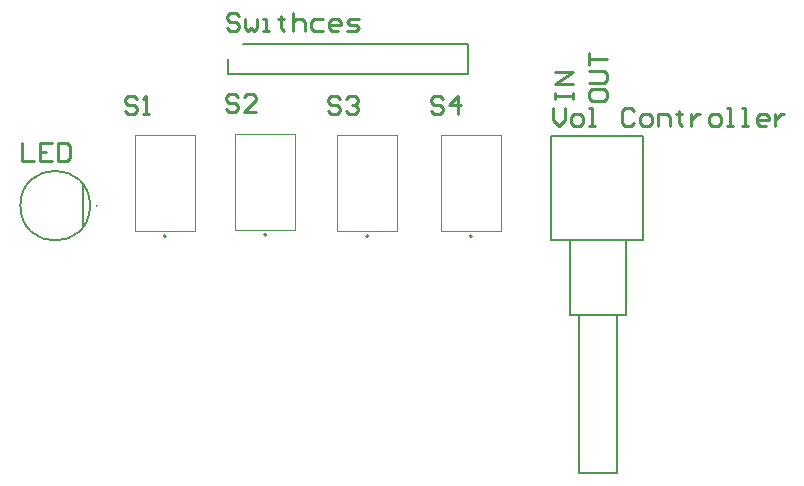
<source format=gbr>
%TF.GenerationSoftware,Altium Limited,Altium Designer,20.2.7 (254)*%
G04 Layer_Color=65535*
%FSLAX26Y26*%
%MOIN*%
%TF.SameCoordinates,6734EFFF-7692-4107-8553-5EC10253203B*%
%TF.FilePolarity,Positive*%
%TF.FileFunction,Legend,Top*%
%TF.Part,Single*%
G01*
G75*
%TA.AperFunction,NonConductor*%
%ADD23C,0.007874*%
%ADD24C,0.003937*%
%ADD25C,0.010000*%
D23*
X1613937Y1147835D02*
G03*
X1606063Y1147835I-3937J0D01*
G01*
D02*
G03*
X1613937Y1147835I3937J0D01*
G01*
X1948937Y1152835D02*
G03*
X1941063Y1152835I-3937J0D01*
G01*
D02*
G03*
X1948937Y1152835I3937J0D01*
G01*
X2288937Y1147835D02*
G03*
X2281063Y1147835I-3937J0D01*
G01*
D02*
G03*
X2288937Y1147835I3937J0D01*
G01*
X2633937D02*
G03*
X2626063Y1147835I-3937J0D01*
G01*
D02*
G03*
X2633937Y1147835I3937J0D01*
G01*
X1361142Y1250000D02*
G03*
X1361142Y1250000I-116142J0D01*
G01*
X1384252Y1249606D02*
G03*
X1384252Y1249606I-866J0D01*
G01*
X1820000Y1690000D02*
Y1740000D01*
Y1690000D02*
X2620000D01*
Y1790000D01*
X1870000D02*
X2620000D01*
X1338110Y1181182D02*
Y1318228D01*
X2992598Y358032D02*
Y885394D01*
Y358032D02*
X3117402D01*
Y885394D01*
X2962480D02*
Y1135394D01*
Y885394D02*
X3147520D01*
Y1135394D01*
X3204056D02*
Y1483032D01*
X2896810Y1135394D02*
X3204056D01*
X2896810D02*
Y1483032D01*
X3204056D01*
D24*
X1510000Y1485040D02*
X1710000D01*
Y1164960D02*
Y1485040D01*
X1510000Y1164960D02*
X1710000D01*
X1510000D02*
Y1485040D01*
X1845000Y1490040D02*
X2045000D01*
Y1169960D02*
Y1490040D01*
X1845000Y1169960D02*
X2045000D01*
X1845000D02*
Y1490040D01*
X2185000Y1485040D02*
X2385000D01*
Y1164960D02*
Y1485040D01*
X2185000Y1164960D02*
X2385000D01*
X2185000D02*
Y1485040D01*
X2530000D02*
X2730000D01*
Y1164960D02*
Y1485040D01*
X2530000Y1164960D02*
X2730000D01*
X2530000D02*
Y1485040D01*
D25*
X3025019Y1629990D02*
Y1609997D01*
X3035016Y1600000D01*
X3075003D01*
X3085000Y1609997D01*
Y1629990D01*
X3075003Y1639987D01*
X3035016D01*
X3025019Y1629990D01*
Y1659981D02*
X3075003D01*
X3085000Y1669977D01*
Y1689971D01*
X3075003Y1699968D01*
X3025019D01*
Y1719961D02*
Y1759948D01*
Y1739955D01*
X3085000D01*
X2910019Y1605000D02*
Y1624994D01*
Y1614997D01*
X2970000D01*
Y1605000D01*
Y1624994D01*
Y1654984D02*
X2910019D01*
X2970000Y1694971D01*
X2910019D01*
X1518487Y1606484D02*
X1508490Y1616481D01*
X1488497D01*
X1478500Y1606484D01*
Y1596487D01*
X1488497Y1586490D01*
X1508490D01*
X1518487Y1576494D01*
Y1566497D01*
X1508490Y1556500D01*
X1488497D01*
X1478500Y1566497D01*
X1538481Y1556500D02*
X1558474D01*
X1548477D01*
Y1616481D01*
X1538481Y1606484D01*
X1853487Y1611484D02*
X1843490Y1621481D01*
X1823497D01*
X1813500Y1611484D01*
Y1601487D01*
X1823497Y1591490D01*
X1843490D01*
X1853487Y1581494D01*
Y1571497D01*
X1843490Y1561500D01*
X1823497D01*
X1813500Y1571497D01*
X1913468Y1561500D02*
X1873481D01*
X1913468Y1601487D01*
Y1611484D01*
X1903471Y1621481D01*
X1883477D01*
X1873481Y1611484D01*
X2193487Y1606484D02*
X2183490Y1616481D01*
X2163497D01*
X2153500Y1606484D01*
Y1596487D01*
X2163497Y1586490D01*
X2183490D01*
X2193487Y1576494D01*
Y1566497D01*
X2183490Y1556500D01*
X2163497D01*
X2153500Y1566497D01*
X2213481Y1606484D02*
X2223477Y1616481D01*
X2243471D01*
X2253468Y1606484D01*
Y1596487D01*
X2243471Y1586490D01*
X2233474D01*
X2243471D01*
X2253468Y1576494D01*
Y1566497D01*
X2243471Y1556500D01*
X2223477D01*
X2213481Y1566497D01*
X1858987Y1880984D02*
X1848990Y1890981D01*
X1828997D01*
X1819000Y1880984D01*
Y1870987D01*
X1828997Y1860990D01*
X1848990D01*
X1858987Y1850994D01*
Y1840997D01*
X1848990Y1831000D01*
X1828997D01*
X1819000Y1840997D01*
X1878981Y1870987D02*
Y1840997D01*
X1888977Y1831000D01*
X1898974Y1840997D01*
X1908971Y1831000D01*
X1918968Y1840997D01*
Y1870987D01*
X1938961Y1831000D02*
X1958955D01*
X1948958D01*
Y1870987D01*
X1938961D01*
X1998942Y1880984D02*
Y1870987D01*
X1988945D01*
X2008938D01*
X1998942D01*
Y1840997D01*
X2008938Y1831000D01*
X2038929Y1890981D02*
Y1831000D01*
Y1860990D01*
X2048926Y1870987D01*
X2068919D01*
X2078916Y1860990D01*
Y1831000D01*
X2138896Y1870987D02*
X2108906D01*
X2098909Y1860990D01*
Y1840997D01*
X2108906Y1831000D01*
X2138896D01*
X2188880D02*
X2168887D01*
X2158890Y1840997D01*
Y1860990D01*
X2168887Y1870987D01*
X2188880D01*
X2198877Y1860990D01*
Y1850994D01*
X2158890D01*
X2218871Y1831000D02*
X2248861D01*
X2258858Y1840997D01*
X2248861Y1850994D01*
X2228867D01*
X2218871Y1860990D01*
X2228867Y1870987D01*
X2258858D01*
X2538487Y1606484D02*
X2528490Y1616481D01*
X2508497D01*
X2498500Y1606484D01*
Y1596487D01*
X2508497Y1586490D01*
X2528490D01*
X2538487Y1576494D01*
Y1566497D01*
X2528490Y1556500D01*
X2508497D01*
X2498500Y1566497D01*
X2588471Y1556500D02*
Y1616481D01*
X2558481Y1586490D01*
X2598468D01*
X1134500Y1460481D02*
Y1400500D01*
X1174487D01*
X1234468Y1460481D02*
X1194481D01*
Y1400500D01*
X1234468D01*
X1194481Y1430490D02*
X1214474D01*
X1254461Y1460481D02*
Y1400500D01*
X1284451D01*
X1294448Y1410497D01*
Y1450484D01*
X1284451Y1460481D01*
X1254461D01*
X2903000Y1576768D02*
Y1536781D01*
X2922994Y1516787D01*
X2942987Y1536781D01*
Y1576768D01*
X2972977Y1516787D02*
X2992971D01*
X3002968Y1526784D01*
Y1546778D01*
X2992971Y1556774D01*
X2972977D01*
X2962981Y1546778D01*
Y1526784D01*
X2972977Y1516787D01*
X3022961D02*
X3042955D01*
X3032958D01*
Y1576768D01*
X3022961D01*
X3172913Y1566771D02*
X3162916Y1576768D01*
X3142922D01*
X3132926Y1566771D01*
Y1526784D01*
X3142922Y1516787D01*
X3162916D01*
X3172913Y1526784D01*
X3202903Y1516787D02*
X3222896D01*
X3232893Y1526784D01*
Y1546778D01*
X3222896Y1556774D01*
X3202903D01*
X3192906Y1546778D01*
Y1526784D01*
X3202903Y1516787D01*
X3252887D02*
Y1556774D01*
X3282877D01*
X3292874Y1546778D01*
Y1516787D01*
X3322864Y1566771D02*
Y1556774D01*
X3312867D01*
X3332861D01*
X3322864D01*
Y1526784D01*
X3332861Y1516787D01*
X3362851Y1556774D02*
Y1516787D01*
Y1536781D01*
X3372848Y1546778D01*
X3382845Y1556774D01*
X3392841D01*
X3432829Y1516787D02*
X3452822D01*
X3462819Y1526784D01*
Y1546778D01*
X3452822Y1556774D01*
X3432829D01*
X3422832Y1546778D01*
Y1526784D01*
X3432829Y1516787D01*
X3482812D02*
X3502806D01*
X3492809D01*
Y1576768D01*
X3482812D01*
X3532796Y1516787D02*
X3552790D01*
X3542793D01*
Y1576768D01*
X3532796D01*
X3612770Y1516787D02*
X3592777D01*
X3582780Y1526784D01*
Y1546778D01*
X3592777Y1556774D01*
X3612770D01*
X3622767Y1546778D01*
Y1536781D01*
X3582780D01*
X3642761Y1556774D02*
Y1516787D01*
Y1536781D01*
X3652757Y1546778D01*
X3662754Y1556774D01*
X3672751D01*
%TF.MD5,8e919465c382f943fc4b72c7a23d18c3*%
M02*

</source>
